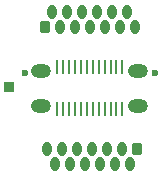
<source format=gbr>
%TF.GenerationSoftware,KiCad,Pcbnew,(6.0.2)*%
%TF.CreationDate,2022-05-27T09:12:54+03:00*%
%TF.ProjectId,TypeC_Bulgin_PCB,54797065-435f-4427-956c-67696e5f5043,rev?*%
%TF.SameCoordinates,Original*%
%TF.FileFunction,Soldermask,Top*%
%TF.FilePolarity,Negative*%
%FSLAX46Y46*%
G04 Gerber Fmt 4.6, Leading zero omitted, Abs format (unit mm)*
G04 Created by KiCad (PCBNEW (6.0.2)) date 2022-05-27 09:12:54*
%MOMM*%
%LPD*%
G01*
G04 APERTURE LIST*
G04 Aperture macros list*
%AMRoundRect*
0 Rectangle with rounded corners*
0 $1 Rounding radius*
0 $2 $3 $4 $5 $6 $7 $8 $9 X,Y pos of 4 corners*
0 Add a 4 corners polygon primitive as box body*
4,1,4,$2,$3,$4,$5,$6,$7,$8,$9,$2,$3,0*
0 Add four circle primitives for the rounded corners*
1,1,$1+$1,$2,$3*
1,1,$1+$1,$4,$5*
1,1,$1+$1,$6,$7*
1,1,$1+$1,$8,$9*
0 Add four rect primitives between the rounded corners*
20,1,$1+$1,$2,$3,$4,$5,0*
20,1,$1+$1,$4,$5,$6,$7,0*
20,1,$1+$1,$6,$7,$8,$9,0*
20,1,$1+$1,$8,$9,$2,$3,0*%
G04 Aperture macros list end*
%ADD10RoundRect,0.153846X-0.246154X0.396154X-0.246154X-0.396154X0.246154X-0.396154X0.246154X0.396154X0*%
%ADD11O,0.800000X1.200000*%
%ADD12C,0.600000*%
%ADD13R,0.270000X1.300000*%
%ADD14O,1.700000X1.200000*%
%ADD15RoundRect,0.153846X0.246154X-0.396154X0.246154X0.396154X-0.246154X0.396154X-0.246154X-0.396154X0*%
%ADD16R,0.850000X0.850000*%
G04 APERTURE END LIST*
D10*
%TO.C,J3*%
X155225000Y-92630000D03*
D11*
X154590000Y-93900000D03*
X153955000Y-92630000D03*
X153320000Y-93900000D03*
X152685000Y-92630000D03*
X152050000Y-93900000D03*
X151415000Y-92630000D03*
X150780000Y-93900000D03*
X150145000Y-92630000D03*
X149510000Y-93900000D03*
X148875000Y-92630000D03*
X148240000Y-93900000D03*
X147605000Y-92630000D03*
%TD*%
D12*
%TO.C,J6*%
X145700000Y-86200000D03*
X156700000Y-86200000D03*
D13*
X148450000Y-85750000D03*
X148950000Y-85750000D03*
X149450000Y-85750000D03*
X149950000Y-85750000D03*
X150450000Y-85750000D03*
X150950000Y-85750000D03*
X151450000Y-85750000D03*
X151950000Y-85750000D03*
X152450000Y-85750000D03*
X152950000Y-85750000D03*
X153450000Y-85750000D03*
X153950000Y-85750000D03*
X153950000Y-89250000D03*
X153450000Y-89250000D03*
X152950000Y-89250000D03*
X152450000Y-89250000D03*
X151950000Y-89250000D03*
X151450000Y-89250000D03*
X150950000Y-89250000D03*
X150450000Y-89250000D03*
X149950000Y-89250000D03*
X149450000Y-89250000D03*
X148950000Y-89250000D03*
X148450000Y-89250000D03*
D14*
X147100000Y-86030000D03*
X155300000Y-88970000D03*
X155300000Y-86030000D03*
X147100000Y-88970000D03*
%TD*%
D15*
%TO.C,J4*%
X147360000Y-82280000D03*
D11*
X147995000Y-81010000D03*
X148630000Y-82280000D03*
X149265000Y-81010000D03*
X149900000Y-82280000D03*
X150535000Y-81010000D03*
X151170000Y-82280000D03*
X151805000Y-81010000D03*
X152440000Y-82280000D03*
X153075000Y-81010000D03*
X153710000Y-82280000D03*
X154345000Y-81010000D03*
X154980000Y-82280000D03*
%TD*%
D16*
%TO.C,J1*%
X144340000Y-87390000D03*
%TD*%
M02*

</source>
